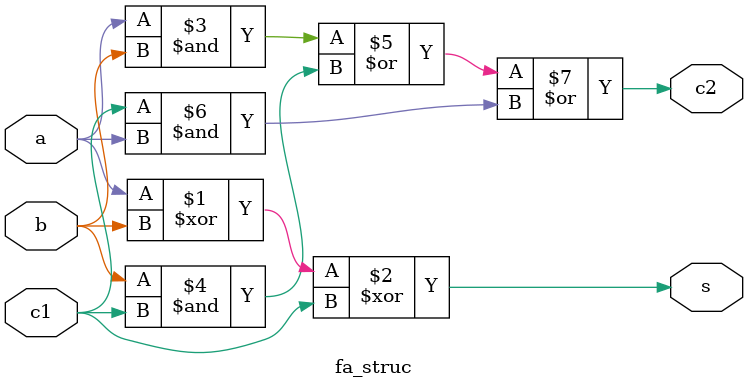
<source format=v>
`timescale 1ns / 1ps
module fa_struc(s,c2,a,b,c1);
input a,b,c1;
output s,c2;
assign s=a^b^c1;
assign c2=a&b|b&c1|c1&a;
endmodule

</source>
